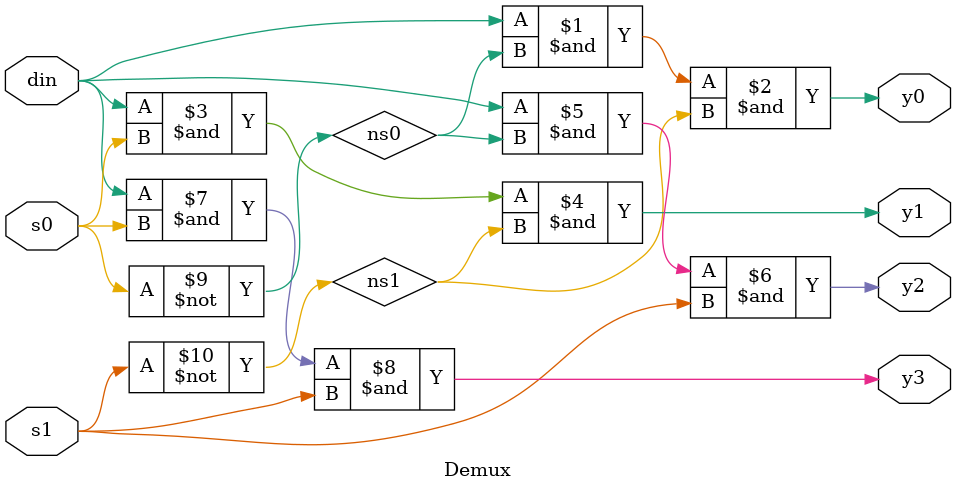
<source format=v>
module Demux(
  input din, s0, s1,
  output y0, y1, y2, y3);
  wire ns0, ns1;

  not (ns0, s0);
  not (ns1, s1);

  and (y0, din, ns0, ns1);
  and (y1, din, s0, ns1);
  and (y2, din, ns0, s1);
  and (y3, din, s0, s1);

endmodule


</source>
